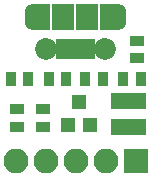
<source format=gts>
%TF.GenerationSoftware,KiCad,Pcbnew,4.0.7*%
%TF.CreationDate,2017-11-15T16:48:18+08:00*%
%TF.ProjectId,MicroUSB,4D6963726F5553422E6B696361645F70,rev?*%
%TF.FileFunction,Soldermask,Top*%
%FSLAX46Y46*%
G04 Gerber Fmt 4.6, Leading zero omitted, Abs format (unit mm)*
G04 Created by KiCad (PCBNEW 4.0.7) date 11/15/17 16:48:18*
%MOMM*%
%LPD*%
G01*
G04 APERTURE LIST*
%ADD10C,0.100000*%
%ADD11R,1.900000X2.300000*%
%ADD12C,1.850000*%
%ADD13R,0.800000X1.750000*%
%ADD14O,1.600000X2.300000*%
%ADD15R,1.600000X2.300000*%
%ADD16R,1.200000X1.300000*%
%ADD17R,2.100000X2.100000*%
%ADD18O,2.100000X2.100000*%
%ADD19R,1.050000X1.460000*%
%ADD20R,0.900000X1.300000*%
%ADD21R,1.300000X0.900000*%
G04 APERTURE END LIST*
D10*
D11*
X6950000Y-2760000D03*
D12*
X10450000Y-5460000D03*
D13*
X8600000Y-5460000D03*
X9250000Y-5460000D03*
X6650000Y-5460000D03*
X7300000Y-5460000D03*
X7950000Y-5460000D03*
D12*
X5450000Y-5460000D03*
D11*
X8950000Y-2760000D03*
D14*
X11450000Y-2760000D03*
X4450000Y-2760000D03*
D15*
X5050000Y-2760000D03*
X10850000Y-2760000D03*
D16*
X7330000Y-11890000D03*
X9230000Y-11890000D03*
X8280000Y-9890000D03*
D17*
X13100000Y-14950000D03*
D18*
X10560000Y-14950000D03*
X8020000Y-14950000D03*
X5480000Y-14950000D03*
X2940000Y-14950000D03*
D19*
X13430000Y-9820000D03*
X12480000Y-9820000D03*
X11530000Y-9820000D03*
X11530000Y-12020000D03*
X13430000Y-12020000D03*
X12480000Y-12020000D03*
D20*
X13490000Y-7970000D03*
X11990000Y-7970000D03*
X8790000Y-7970000D03*
X10290000Y-7970000D03*
D21*
X13220000Y-6230000D03*
X13220000Y-4730000D03*
D20*
X5700000Y-7970000D03*
X7200000Y-7970000D03*
X3990000Y-7970000D03*
X2490000Y-7970000D03*
D21*
X3020000Y-12030000D03*
X3020000Y-10530000D03*
X5210000Y-12030000D03*
X5210000Y-10530000D03*
M02*

</source>
